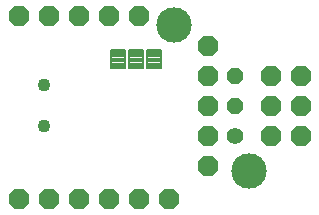
<source format=gbs>
G75*
G70*
%OFA0B0*%
%FSLAX24Y24*%
%IPPOS*%
%LPD*%
%AMOC8*
5,1,8,0,0,1.08239X$1,22.5*
%
%ADD10C,0.1182*%
%ADD11C,0.0434*%
%ADD12OC8,0.0680*%
%ADD13C,0.0552*%
%ADD14OC8,0.0552*%
%ADD15C,0.0081*%
D10*
X009478Y001756D03*
X006988Y006636D03*
D11*
X002638Y004614D03*
X002638Y003237D03*
D12*
X001798Y000826D03*
X002798Y000826D03*
X003798Y000826D03*
X004798Y000826D03*
X005798Y000826D03*
X006798Y000826D03*
X008098Y001926D03*
X008098Y002926D03*
X008098Y003926D03*
X008098Y004926D03*
X008098Y005926D03*
X010198Y004926D03*
X011198Y004926D03*
X011198Y003926D03*
X010198Y003926D03*
X010198Y002926D03*
X011198Y002926D03*
X005798Y006926D03*
X004798Y006926D03*
X003798Y006926D03*
X002798Y006926D03*
X001798Y006926D03*
D13*
X008998Y002926D03*
D14*
X008998Y003926D03*
X008998Y004926D03*
D15*
X006538Y005801D02*
X006078Y005801D01*
X006538Y005801D02*
X006538Y005171D01*
X006078Y005171D01*
X006078Y005801D01*
X006078Y005251D02*
X006538Y005251D01*
X006538Y005331D02*
X006078Y005331D01*
X006078Y005411D02*
X006538Y005411D01*
X006538Y005491D02*
X006078Y005491D01*
X006078Y005571D02*
X006538Y005571D01*
X006538Y005651D02*
X006078Y005651D01*
X006078Y005731D02*
X006538Y005731D01*
X005938Y005801D02*
X005478Y005801D01*
X005938Y005801D02*
X005938Y005171D01*
X005478Y005171D01*
X005478Y005801D01*
X005478Y005251D02*
X005938Y005251D01*
X005938Y005331D02*
X005478Y005331D01*
X005478Y005411D02*
X005938Y005411D01*
X005938Y005491D02*
X005478Y005491D01*
X005478Y005571D02*
X005938Y005571D01*
X005938Y005651D02*
X005478Y005651D01*
X005478Y005731D02*
X005938Y005731D01*
X005338Y005801D02*
X004878Y005801D01*
X005338Y005801D02*
X005338Y005171D01*
X004878Y005171D01*
X004878Y005801D01*
X004878Y005251D02*
X005338Y005251D01*
X005338Y005331D02*
X004878Y005331D01*
X004878Y005411D02*
X005338Y005411D01*
X005338Y005491D02*
X004878Y005491D01*
X004878Y005571D02*
X005338Y005571D01*
X005338Y005651D02*
X004878Y005651D01*
X004878Y005731D02*
X005338Y005731D01*
M02*

</source>
